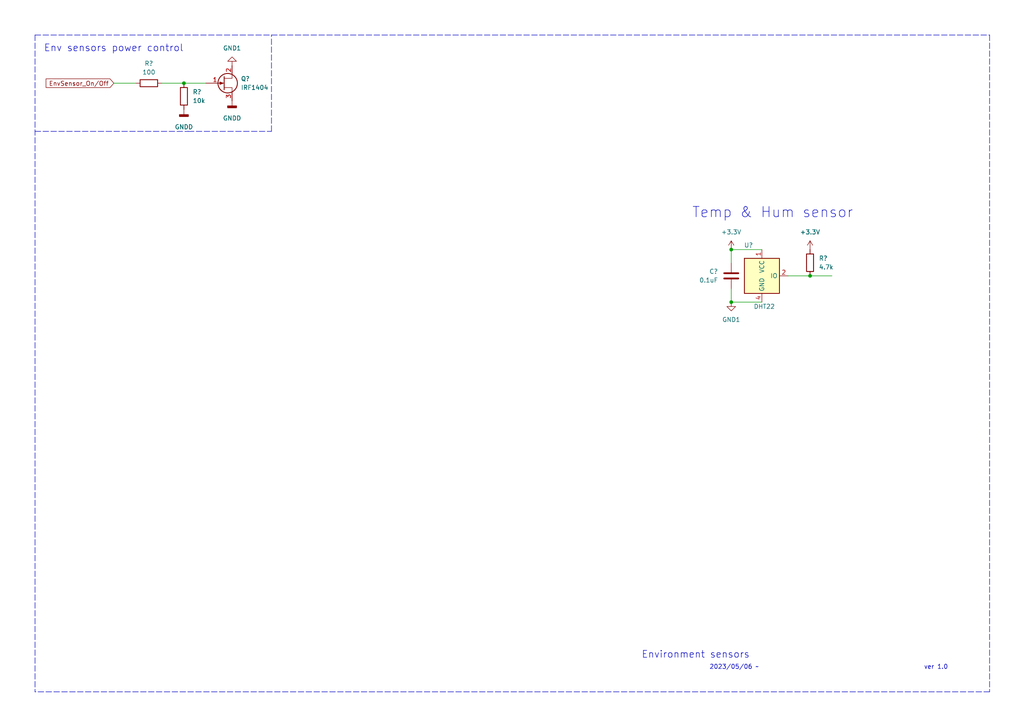
<source format=kicad_sch>
(kicad_sch (version 20211123) (generator eeschema)
  (paper "A4")
  (lib_symbols
    (symbol "Device:C" (pin_numbers hide) (pin_names (offset 0.254))
      (property "Reference" "C" (at 0.635 2.54 0))
      (property "Value" "C" (at 0.635 -2.54 0))
      (symbol "C_0_1"
        (polyline (pts (xy -2.032 -0.762) (xy 2.032 -0.762)) (stroke (width 0.508)))
        (polyline (pts (xy -2.032 0.762) (xy 2.032 0.762)) (stroke (width 0.508)))
      )
      (symbol "C_1_1"
        (pin passive line (at 0 3.81 270) (length 2.794) (name "~") (number "1"))
        (pin passive line (at 0 -3.81 90) (length 2.794) (name "~") (number "2"))
      )
    )
    (symbol "Device:Q_NJFET_GDS" (pin_names (offset 0) hide)
      (property "Reference" "Q" (at 5.08 1.27 0))
      (property "Value" "Q_NJFET_GDS" (at 5.08 -1.27 0))
      (symbol "Q_NJFET_GDS_0_1"
        (polyline (pts (xy 0.254 1.905) (xy 0.254 -1.905) (xy 0.254 -1.905)) (stroke (width 0.254)))
        (polyline (pts (xy 2.54 -2.54) (xy 2.54 -1.27) (xy 0.254 -1.27)))
        (polyline (pts (xy 2.54 2.54) (xy 2.54 1.397) (xy 0.254 1.397)))
        (polyline (pts (xy 0 0) (xy -1.016 0.381) (xy -1.016 -0.381) (xy 0 0)) (fill (type outline)))
        (circle (center 1.27 0) (radius 2.8194) (stroke (width 0.254)))
      )
      (symbol "Q_NJFET_GDS_1_1"
        (pin input line (at -5.08 0 0) (length 5.334) (name "G") (number "1"))
        (pin passive line (at 2.54 5.08 270) (length 2.54) (name "D") (number "2"))
        (pin passive line (at 2.54 -5.08 90) (length 2.54) (name "S") (number "3"))
      )
    )
    (symbol "Device:R" (pin_numbers hide) (pin_names (offset 0))
      (property "Reference" "R" (at 2.032 0 90))
      (property "Value" "R" (at 0 0 90))
      (symbol "R_0_1"
        (rectangle (start -1.016 -2.54) (end 1.016 2.54) (stroke (width 0.254)))
      )
      (symbol "R_1_1"
        (pin passive line (at 0 3.81 270) (length 1.27) (name "~") (number "1"))
        (pin passive line (at 0 -3.81 90) (length 1.27) (name "~") (number "2"))
      )
    )
    (symbol "Sensor:DHT11"
      (property "Reference" "U" (at -3.81 6.35 0))
      (property "Value" "DHT11" (at 3.81 6.35 0))
      (symbol "DHT11_0_1"
        (rectangle (start -5.08 5.08) (end 5.08 -5.08) (stroke (width 0.254)) (fill (type background)))
      )
      (symbol "DHT11_1_1"
        (pin power_in line (at 0 7.62 270) (length 2.54) (name "VCC") (number "1"))
        (pin bidirectional line (at 7.62 0 180) (length 2.54) (name "IO") (number "2"))
        (pin no_connect line (at -5.08 0 0) (length 2.54) hide (name "NC") (number "3"))
        (pin power_in line (at 0 -7.62 90) (length 2.54) (name "GND") (number "4"))
      )
    )
    (symbol "power:+3.3V" (power) (pin_names (offset 0))
      (property "Value" "+3.3V" (at 0 3.556 0))
      (symbol "+3.3V_0_1"
        (polyline (pts (xy -0.762 1.27) (xy 0 2.54)))
        (polyline (pts (xy 0 0) (xy 0 2.54)))
        (polyline (pts (xy 0 2.54) (xy 0.762 1.27)))
      )
      (symbol "+3.3V_1_1"
        (pin power_in line (at 0 0 90) (length 0) hide (name "+3.3V") (number "1"))
      )
    )
    (symbol "power:GND1" (power) (pin_names (offset 0))
      (property "Value" "GND1" (at 0 -3.81 0))
      (symbol "GND1_0_1"
        (polyline (pts (xy 0 0) (xy 0 -1.27) (xy 1.27 -1.27) (xy 0 -2.54) (xy -1.27 -1.27) (xy 0 -1.27)))
      )
      (symbol "GND1_1_1"
        (pin power_in line (at 0 0 270) (length 0) hide (name "GND1") (number "1"))
      )
    )
    (symbol "power:GNDD" (power) (pin_names (offset 0))
      (property "Value" "GNDD" (at 0 -3.175 0))
      (symbol "GNDD_0_1"
        (rectangle (start -1.27 -1.524) (end 1.27 -2.032) (stroke (width 0.254)) (fill (type outline)))
        (polyline (pts (xy 0 0) (xy 0 -1.524)))
      )
      (symbol "GNDD_1_1"
        (pin power_in line (at 0 0 270) (length 0) hide (name "GNDD") (number "1"))
      )
    )
  )
  (junction (at 53.34 24.13))
  (junction (at 212.09 87.63))
  (junction (at 234.95 80.01))
  (junction (at 212.09 72.39))
  (polyline (pts (xy 10.16 10.16) (xy 287.02 10.16)))
  (polyline (pts (xy 78.74 38.1) (xy 78.74 10.16)))
  (wire (pts (xy 212.09 87.63) (xy 220.98 87.63)))
  (wire (pts (xy 220.98 72.39) (xy 212.09 72.39)))
  (polyline (pts (xy 287.02 10.16) (xy 287.02 200.66)))
  (wire (pts (xy 212.09 72.39) (xy 212.09 76.2)))
  (polyline (pts (xy 54.61 38.1) (xy 78.74 38.1)))
  (wire (pts (xy 212.09 83.82) (xy 212.09 87.63)))
  (wire (pts (xy 234.95 80.01) (xy 241.3 80.01)))
  (polyline (pts (xy 10.16 38.1) (xy 54.61 38.1)))
  (polyline (pts (xy 287.02 200.66) (xy 10.16 200.66)))
  (wire (pts (xy 33.02 24.13) (xy 39.37 24.13)))
  (wire (pts (xy 53.34 24.13) (xy 59.69 24.13)))
  (wire (pts (xy 46.99 24.13) (xy 53.34 24.13)))
  (polyline (pts (xy 10.16 10.16) (xy 10.16 200.66)))
  (wire (pts (xy 228.6 80.01) (xy 234.95 80.01)))
  (text "Temp & Hum sensor" (at 200.66 63.5 0) (effects (font (size 3 3)) (justify left bottom)))
  (text "Env sensors power control" (at 12.7 15.24 0) (effects (font (size 2 2)) (justify left bottom)))
  (text "2023/05/06 ~" (at 205.74 194.31 0) (effects (font (size 1.27 1.27)) (justify left bottom)))
  (text "ver 1.0" (at 267.97 194.31 0) (effects (font (size 1.27 1.27)) (justify left bottom)))
  (text "Environment sensors" (at 186.055 191.135 0) (effects (font (size 2 2)) (justify left bottom)))
  (global_label "EnvSensor_On{slash}Off" (shape input) (at 33.02 24.13 180) (property "Intersheet References" "${INTERSHEET_REFS}" (effects hide)))
  (symbol (lib_id "power:GND1") (at 212.09 87.63 0) (unit 1)
    (property "Reference" "#PWR?" (effects hide))
    (property "Value" "GND1" (at 212.09 92.71 0))
  )
  (symbol (lib_id "Device:R") (at 43.18 24.13 90) (unit 1)
    (property "Reference" "R?" (at 43.18 18.415 90))
    (property "Value" "100" (at 43.18 20.955 90))
  )
  (symbol (lib_id "Sensor:DHT11") (at 220.98 80.01 0) (unit 1)
    (property "Reference" "U?" (at 218.44 71.12 0) (effects (justify right)))
    (property "Value" "DHT22" (at 224.79 88.9 0) (effects (justify right)))
    (property "Footprint" "Sensor:Aosong_DHT11_5.5x12.0_P2.54mm" (effects hide))
    (property "Datasheet" "http://akizukidenshi.com/download/ds/aosong/DHT11.pdf" (effects hide))
  )
  (symbol (lib_id "power:GNDD") (at 67.31 29.21 0) (unit 1)
    (property "Reference" "#PWR?" (effects hide))
    (property "Value" "GNDD" (at 67.31 34.29 0))
  )
  (symbol (lib_id "power:+3.3V") (at 234.95 72.39 0) (unit 1)
    (property "Reference" "#PWR?" (effects hide))
    (property "Value" "+3.3V" (at 234.95 67.31 0))
  )
  (symbol (lib_id "power:+3.3V") (at 212.09 72.39 0) (unit 1)
    (property "Reference" "#PWR?" (effects hide))
    (property "Value" "+3.3V" (at 212.09 67.31 0))
  )
  (symbol (lib_id "power:GNDD") (at 53.34 31.75 0) (unit 1)
    (property "Reference" "#PWR?" (effects hide))
    (property "Value" "GNDD" (at 53.34 36.83 0))
  )
  (symbol (lib_id "Device:R") (at 53.34 27.94 0) (unit 1)
    (property "Reference" "R?" (at 55.88 26.6699 0) (effects (justify left)))
    (property "Value" "10k" (at 55.88 29.2099 0) (effects (justify left)))
  )
  (symbol (lib_id "power:GND1") (at 67.31 19.05 180) (unit 1)
    (property "Reference" "#PWR?" (effects hide))
    (property "Value" "GND1" (at 67.31 13.97 0))
  )
  (symbol (lib_id "Device:C") (at 212.09 80.01 0) (mirror x) (unit 1)
    (property "Reference" "C?" (at 208.28 78.7399 0) (effects (justify right)))
    (property "Value" "0.1uF" (at 208.28 81.2799 0) (effects (justify right)))
  )
  (symbol (lib_id "Device:Q_NJFET_GDS") (at 64.77 24.13 0) (unit 1)
    (property "Reference" "Q?" (at 69.85 22.8599 0) (effects (justify left)))
    (property "Value" "IRF1404" (at 69.85 25.3999 0) (effects (justify left)))
  )
  (symbol (lib_id "Device:R") (at 234.95 76.2 0) (unit 1)
    (property "Reference" "R?" (at 237.49 74.9299 0) (effects (justify left)))
    (property "Value" "4.7k" (at 237.49 77.4699 0) (effects (justify left)))
  )
)
</source>
